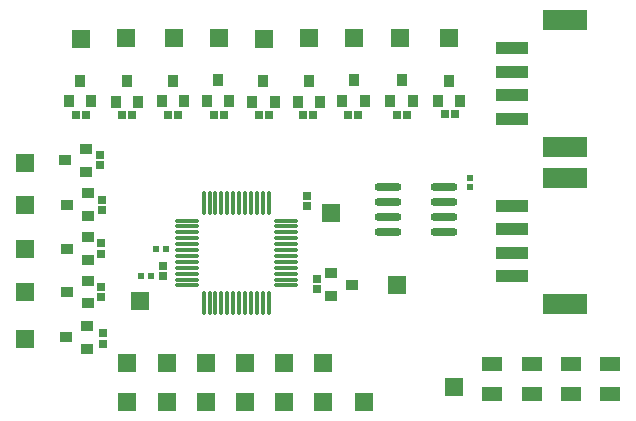
<source format=gts>
G04*
G04 #@! TF.GenerationSoftware,Altium Limited,Altium Designer,21.1.0 (24)*
G04*
G04 Layer_Color=8388736*
%FSLAX25Y25*%
%MOIN*%
G70*
G04*
G04 #@! TF.SameCoordinates,F511F5FD-4682-4DAA-AC6C-A49189F54C52*
G04*
G04*
G04 #@! TF.FilePolarity,Negative*
G04*
G01*
G75*
%ADD20R,0.02047X0.02047*%
%ADD21R,0.02047X0.02047*%
%ADD22R,0.10630X0.03937*%
%ADD23R,0.14961X0.07087*%
%ADD26O,0.07880X0.01581*%
%ADD27O,0.01581X0.07880*%
%ADD28R,0.04227X0.03558*%
%ADD29R,0.02565X0.02762*%
%ADD30R,0.03558X0.04227*%
%ADD31R,0.02762X0.02565*%
%ADD32O,0.09061X0.02762*%
%ADD33R,0.07093X0.04731*%
%ADD34R,0.06306X0.06306*%
%ADD35R,0.06306X0.06306*%
D20*
X51425Y56000D02*
D03*
X54575D02*
D03*
X56425Y65000D02*
D03*
X59575D02*
D03*
D21*
X161000Y85425D02*
D03*
Y88575D02*
D03*
D22*
X174996Y131811D02*
D03*
Y123937D02*
D03*
Y116063D02*
D03*
Y108189D02*
D03*
Y79311D02*
D03*
Y71437D02*
D03*
Y63563D02*
D03*
Y55689D02*
D03*
D23*
X192516Y98937D02*
D03*
Y141063D02*
D03*
Y46437D02*
D03*
Y88563D02*
D03*
D26*
X66465Y74327D02*
D03*
Y72358D02*
D03*
Y70390D02*
D03*
Y68421D02*
D03*
Y66453D02*
D03*
Y64484D02*
D03*
Y62516D02*
D03*
Y60547D02*
D03*
Y58579D02*
D03*
Y56610D02*
D03*
Y54642D02*
D03*
Y52673D02*
D03*
X99535D02*
D03*
Y54642D02*
D03*
Y56610D02*
D03*
Y58579D02*
D03*
Y60547D02*
D03*
Y62516D02*
D03*
Y64484D02*
D03*
Y66453D02*
D03*
Y68421D02*
D03*
Y70390D02*
D03*
Y72358D02*
D03*
Y74327D02*
D03*
D27*
X72173Y46965D02*
D03*
X74142D02*
D03*
X76110D02*
D03*
X78079D02*
D03*
X80047D02*
D03*
X82016D02*
D03*
X83984D02*
D03*
X85953D02*
D03*
X87921D02*
D03*
X89890D02*
D03*
X91858D02*
D03*
X93827D02*
D03*
Y80036D02*
D03*
X91858D02*
D03*
X89890D02*
D03*
X87921D02*
D03*
X85953D02*
D03*
X83984D02*
D03*
X82016D02*
D03*
X80047D02*
D03*
X78079D02*
D03*
X76110D02*
D03*
X74142D02*
D03*
X72173D02*
D03*
D28*
X26352Y35379D02*
D03*
X33321Y31638D02*
D03*
Y39119D02*
D03*
X26516Y50500D02*
D03*
X33484Y46760D02*
D03*
Y54240D02*
D03*
X25997Y94363D02*
D03*
X32966Y90623D02*
D03*
Y98104D02*
D03*
X26704Y79609D02*
D03*
X33673Y75869D02*
D03*
Y83349D02*
D03*
X26516Y65000D02*
D03*
X33484Y61260D02*
D03*
Y68740D02*
D03*
X114516Y49211D02*
D03*
Y56691D02*
D03*
X121484Y52951D02*
D03*
D29*
X38500Y33327D02*
D03*
Y36673D02*
D03*
X38000Y48827D02*
D03*
Y52173D02*
D03*
X37466Y92930D02*
D03*
Y96277D02*
D03*
X106500Y79154D02*
D03*
Y82500D02*
D03*
X38189Y77936D02*
D03*
Y81282D02*
D03*
X38000Y63327D02*
D03*
Y66673D02*
D03*
X110016Y51518D02*
D03*
Y54864D02*
D03*
X58500Y55827D02*
D03*
Y59173D02*
D03*
D30*
X154000Y120984D02*
D03*
X150260Y114016D02*
D03*
X157740D02*
D03*
X138194Y121075D02*
D03*
X134453Y114107D02*
D03*
X141934D02*
D03*
X92073Y120939D02*
D03*
X88332Y113970D02*
D03*
X95813D02*
D03*
X76908Y121017D02*
D03*
X73167Y114048D02*
D03*
X80648D02*
D03*
X62000Y120984D02*
D03*
X58260Y114016D02*
D03*
X65740D02*
D03*
X46565Y120964D02*
D03*
X42825Y113995D02*
D03*
X50305D02*
D03*
X30933Y120984D02*
D03*
X27193Y114016D02*
D03*
X34673D02*
D03*
X107217Y120914D02*
D03*
X103476Y113946D02*
D03*
X110957D02*
D03*
X125886Y114072D02*
D03*
X118406D02*
D03*
X122146Y121041D02*
D03*
D31*
X90640Y109470D02*
D03*
X93986D02*
D03*
X75494Y109548D02*
D03*
X78841D02*
D03*
X60327Y109500D02*
D03*
X63673D02*
D03*
X44892Y109479D02*
D03*
X48238D02*
D03*
X29634Y109500D02*
D03*
X32981D02*
D03*
X105303Y109446D02*
D03*
X108650D02*
D03*
X139949Y109562D02*
D03*
X136602D02*
D03*
X123726Y109643D02*
D03*
X120379D02*
D03*
X155942Y109944D02*
D03*
X152596D02*
D03*
D32*
X152449Y70500D02*
D03*
Y75500D02*
D03*
Y80500D02*
D03*
Y85500D02*
D03*
X133551Y70500D02*
D03*
Y75500D02*
D03*
Y80500D02*
D03*
Y85500D02*
D03*
D33*
X207740Y16366D02*
D03*
Y26602D02*
D03*
X194740Y16366D02*
D03*
Y26602D02*
D03*
X181740Y16366D02*
D03*
Y26602D02*
D03*
X168240Y16366D02*
D03*
Y26602D02*
D03*
D34*
X125500Y14000D02*
D03*
X155500Y19000D02*
D03*
X112000Y14000D02*
D03*
Y27000D02*
D03*
X99000Y14000D02*
D03*
Y27000D02*
D03*
X86000Y14000D02*
D03*
Y27000D02*
D03*
X73000Y14000D02*
D03*
Y27000D02*
D03*
X46500D02*
D03*
X60000D02*
D03*
Y14000D02*
D03*
X46500D02*
D03*
X51000Y47500D02*
D03*
X154000Y135180D02*
D03*
X137500D02*
D03*
X122146D02*
D03*
X107217Y135180D02*
D03*
X92313Y135000D02*
D03*
X77167Y135048D02*
D03*
X62335Y135096D02*
D03*
X46399D02*
D03*
X31308Y135000D02*
D03*
X114500Y77000D02*
D03*
D35*
X12500Y35000D02*
D03*
Y50500D02*
D03*
X136516Y52691D02*
D03*
X12505Y93642D02*
D03*
X12500Y65000D02*
D03*
X12642Y79609D02*
D03*
M02*

</source>
